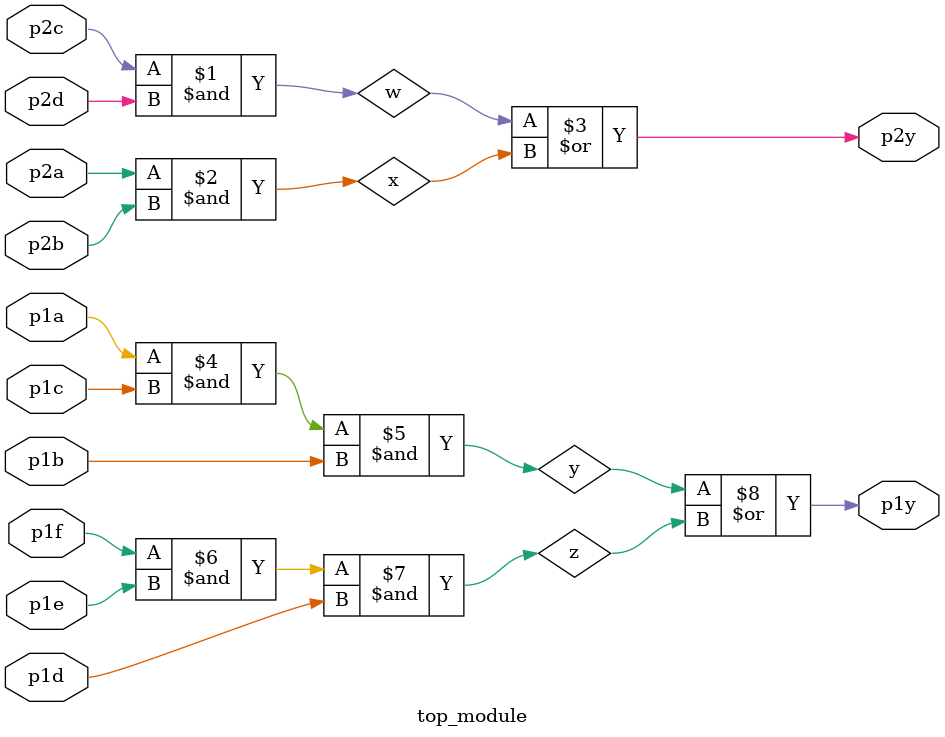
<source format=v>
/*The 7458 is a chip with four AND gates and two OR gates. This problem is slightly more complex than 7420.

Create a module with the same functionality as the 7458 chip. It has 10 inputs and 2 outputs. You may choose to use an assign statement to drive each of the output wires, or you may choose to declare (four) wires for use as intermediate signals, where each internal wire is driven by the output of one of the AND gates. For extra practice, try it both ways.*/

module top_module ( 
    input p1a, p1b, p1c, p1d, p1e, p1f,
    output p1y,
    input p2a, p2b, p2c, p2d,
    output p2y );

	wire w,x,y,z;
    
    assign w = p2c & p2d;
    assign x = p2a & p2b;
    assign p2y = w | x;
    assign y = p1a & p1c & p1b;
    assign z = p1f & p1e & p1d;
    assign p1y = y | z;
endmodule

</source>
